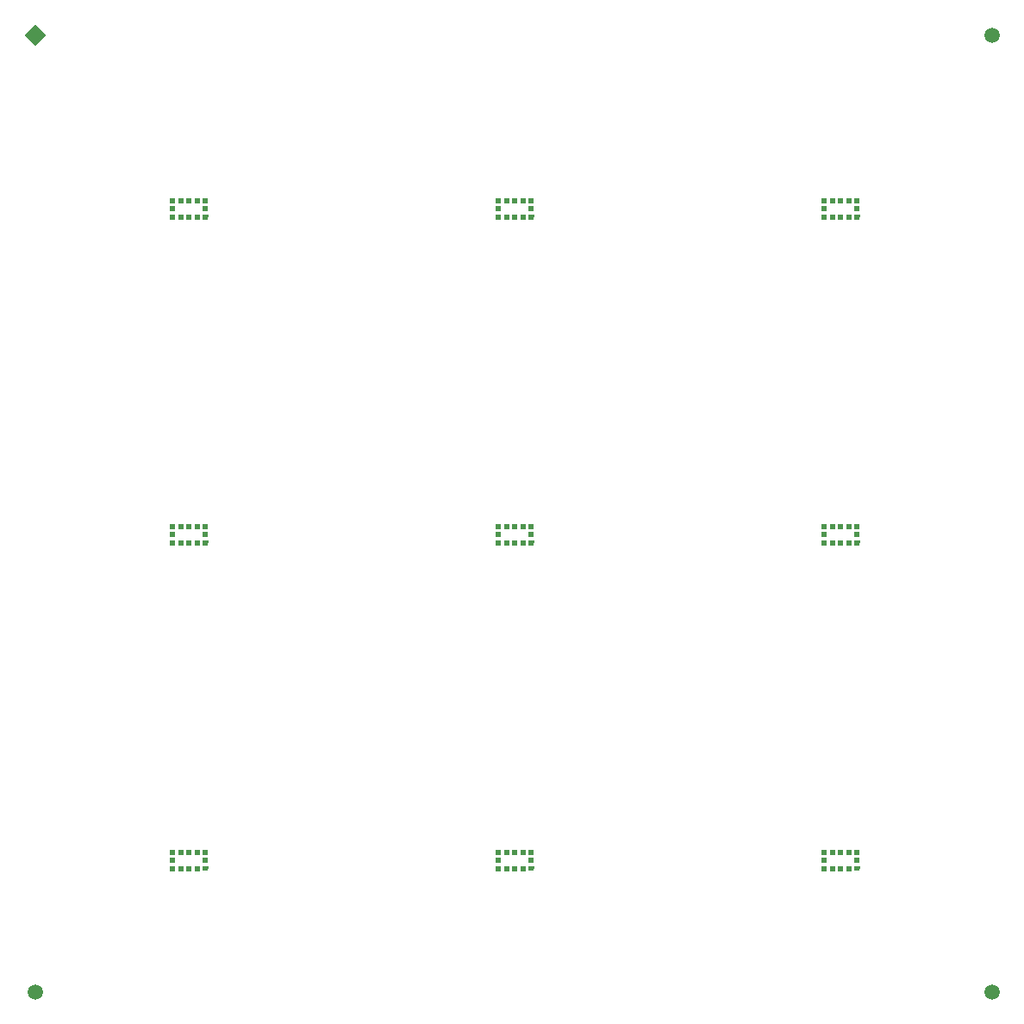
<source format=gtp>
G04*
G04 #@! TF.GenerationSoftware,Altium Limited,Altium Designer,23.2.1 (34)*
G04*
G04 Layer_Color=8421504*
%FSAX44Y44*%
%MOMM*%
G71*
G04*
G04 #@! TF.SameCoordinates,AAD7112A-FC18-4F3B-BB33-003CACF6D59D*
G04*
G04*
G04 #@! TF.FilePolarity,Positive*
G04*
G01*
G75*
%ADD10P,2.1213X4X180.0*%
%ADD11C,1.5000*%
%ADD12C,0.4500*%
%ADD13R,0.5000X0.5000*%
G36*
X00840411Y00791350D02*
X00839611D01*
Y00788850D01*
X00834611D01*
Y00793850D01*
X00840411D01*
Y00791350D01*
D02*
G37*
G36*
X00520410D02*
X00519610D01*
Y00788850D01*
X00514610D01*
Y00793850D01*
X00520410D01*
Y00791350D01*
D02*
G37*
G36*
X00200410D02*
X00199610D01*
Y00788850D01*
X00194610D01*
Y00793850D01*
X00200410D01*
Y00791350D01*
D02*
G37*
G36*
X00840411Y00471350D02*
X00839611D01*
Y00468850D01*
X00834611D01*
Y00473850D01*
X00840411D01*
Y00471350D01*
D02*
G37*
G36*
X00520410D02*
X00519610D01*
Y00468850D01*
X00514610D01*
Y00473850D01*
X00520410D01*
Y00471350D01*
D02*
G37*
G36*
X00200410D02*
X00199610D01*
Y00468850D01*
X00194610D01*
Y00473850D01*
X00200410D01*
Y00471350D01*
D02*
G37*
G36*
X00840411Y00151350D02*
X00839611D01*
Y00148850D01*
X00834611D01*
Y00153850D01*
X00840411D01*
Y00151350D01*
D02*
G37*
G36*
X00520410D02*
X00519610D01*
Y00148850D01*
X00514610D01*
Y00153850D01*
X00520410D01*
Y00151350D01*
D02*
G37*
G36*
X00200410D02*
X00199610D01*
Y00148850D01*
X00194610D01*
Y00153850D01*
X00200410D01*
Y00151350D01*
D02*
G37*
D10*
X00030000Y00970000D02*
D03*
D11*
X00970000Y00030000D02*
D03*
X00030000D02*
D03*
X00970000Y00970000D02*
D03*
D12*
X00197110Y00151350D02*
D03*
X00517110D02*
D03*
X00837111D02*
D03*
X00197110Y00471350D02*
D03*
X00517110D02*
D03*
X00837111D02*
D03*
X00197110Y00791350D02*
D03*
X00517110D02*
D03*
X00837111D02*
D03*
D13*
X00197110Y00159350D02*
D03*
X00165110D02*
D03*
X00197110Y00167350D02*
D03*
X00189110D02*
D03*
X00181110D02*
D03*
X00173110D02*
D03*
X00165110D02*
D03*
Y00151350D02*
D03*
X00173110D02*
D03*
X00181110D02*
D03*
X00189110D02*
D03*
X00517110Y00159350D02*
D03*
X00485111D02*
D03*
X00517110Y00167350D02*
D03*
X00509110D02*
D03*
X00501110D02*
D03*
X00493111D02*
D03*
X00485111D02*
D03*
Y00151350D02*
D03*
X00493111D02*
D03*
X00501110D02*
D03*
X00509110D02*
D03*
X00837111Y00159350D02*
D03*
X00805111D02*
D03*
X00837111Y00167350D02*
D03*
X00829111D02*
D03*
X00821111D02*
D03*
X00813111D02*
D03*
X00805111D02*
D03*
Y00151350D02*
D03*
X00813111D02*
D03*
X00821111D02*
D03*
X00829111D02*
D03*
X00197110Y00479350D02*
D03*
X00165110D02*
D03*
X00197110Y00487350D02*
D03*
X00189110D02*
D03*
X00181110D02*
D03*
X00173110D02*
D03*
X00165110D02*
D03*
Y00471350D02*
D03*
X00173110D02*
D03*
X00181110D02*
D03*
X00189110D02*
D03*
X00517110Y00479350D02*
D03*
X00485111D02*
D03*
X00517110Y00487350D02*
D03*
X00509110D02*
D03*
X00501110D02*
D03*
X00493111D02*
D03*
X00485111D02*
D03*
Y00471350D02*
D03*
X00493111D02*
D03*
X00501110D02*
D03*
X00509110D02*
D03*
X00837111Y00479350D02*
D03*
X00805111D02*
D03*
X00837111Y00487350D02*
D03*
X00829111D02*
D03*
X00821111D02*
D03*
X00813111D02*
D03*
X00805111D02*
D03*
Y00471350D02*
D03*
X00813111D02*
D03*
X00821111D02*
D03*
X00829111D02*
D03*
X00197110Y00799350D02*
D03*
X00165110D02*
D03*
X00197110Y00807350D02*
D03*
X00189110D02*
D03*
X00181110D02*
D03*
X00173110D02*
D03*
X00165110D02*
D03*
Y00791350D02*
D03*
X00173110D02*
D03*
X00181110D02*
D03*
X00189110D02*
D03*
X00517110Y00799350D02*
D03*
X00485111D02*
D03*
X00517110Y00807350D02*
D03*
X00509110D02*
D03*
X00501110D02*
D03*
X00493111D02*
D03*
X00485111D02*
D03*
Y00791350D02*
D03*
X00493111D02*
D03*
X00501110D02*
D03*
X00509110D02*
D03*
X00837111Y00799350D02*
D03*
X00805111D02*
D03*
X00837111Y00807350D02*
D03*
X00829111D02*
D03*
X00821111D02*
D03*
X00813111D02*
D03*
X00805111D02*
D03*
Y00791350D02*
D03*
X00813111D02*
D03*
X00821111D02*
D03*
X00829111D02*
D03*
M02*

</source>
